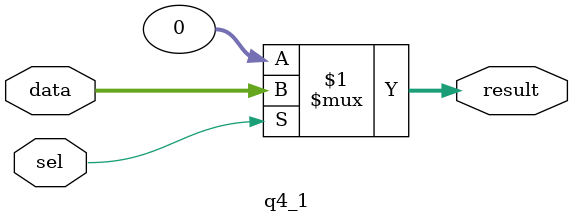
<source format=sv>
module q4_1(input  logic [31:0] data, 
				input logic sel,
                  output logic [31:0] result);
         
         assign result = sel ? data : 32'b0;  
			
         
      endmodule

</source>
